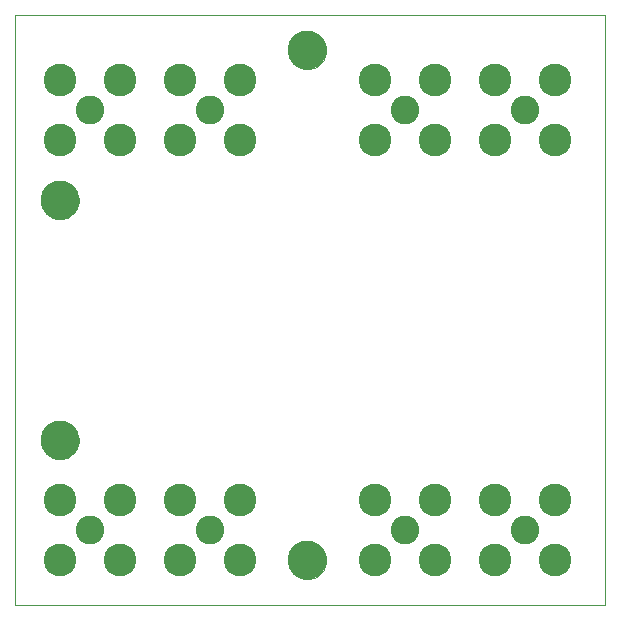
<source format=gbs>
G75*
%MOIN*%
%OFA0B0*%
%FSLAX24Y24*%
%IPPOS*%
%LPD*%
%AMOC8*
5,1,8,0,0,1.08239X$1,22.5*
%
%ADD10C,0.0000*%
%ADD11C,0.1300*%
%ADD12C,0.0955*%
%ADD13C,0.1090*%
D10*
X000100Y000100D02*
X000100Y019785D01*
X019785Y019785D01*
X019785Y000100D01*
X000100Y000100D01*
X000970Y005600D02*
X000972Y005650D01*
X000978Y005700D01*
X000988Y005749D01*
X001002Y005797D01*
X001019Y005844D01*
X001040Y005889D01*
X001065Y005933D01*
X001093Y005974D01*
X001125Y006013D01*
X001159Y006050D01*
X001196Y006084D01*
X001236Y006114D01*
X001278Y006141D01*
X001322Y006165D01*
X001368Y006186D01*
X001415Y006202D01*
X001463Y006215D01*
X001513Y006224D01*
X001562Y006229D01*
X001613Y006230D01*
X001663Y006227D01*
X001712Y006220D01*
X001761Y006209D01*
X001809Y006194D01*
X001855Y006176D01*
X001900Y006154D01*
X001943Y006128D01*
X001984Y006099D01*
X002023Y006067D01*
X002059Y006032D01*
X002091Y005994D01*
X002121Y005954D01*
X002148Y005911D01*
X002171Y005867D01*
X002190Y005821D01*
X002206Y005773D01*
X002218Y005724D01*
X002226Y005675D01*
X002230Y005625D01*
X002230Y005575D01*
X002226Y005525D01*
X002218Y005476D01*
X002206Y005427D01*
X002190Y005379D01*
X002171Y005333D01*
X002148Y005289D01*
X002121Y005246D01*
X002091Y005206D01*
X002059Y005168D01*
X002023Y005133D01*
X001984Y005101D01*
X001943Y005072D01*
X001900Y005046D01*
X001855Y005024D01*
X001809Y005006D01*
X001761Y004991D01*
X001712Y004980D01*
X001663Y004973D01*
X001613Y004970D01*
X001562Y004971D01*
X001513Y004976D01*
X001463Y004985D01*
X001415Y004998D01*
X001368Y005014D01*
X001322Y005035D01*
X001278Y005059D01*
X001236Y005086D01*
X001196Y005116D01*
X001159Y005150D01*
X001125Y005187D01*
X001093Y005226D01*
X001065Y005267D01*
X001040Y005311D01*
X001019Y005356D01*
X001002Y005403D01*
X000988Y005451D01*
X000978Y005500D01*
X000972Y005550D01*
X000970Y005600D01*
X000970Y013600D02*
X000972Y013650D01*
X000978Y013700D01*
X000988Y013749D01*
X001002Y013797D01*
X001019Y013844D01*
X001040Y013889D01*
X001065Y013933D01*
X001093Y013974D01*
X001125Y014013D01*
X001159Y014050D01*
X001196Y014084D01*
X001236Y014114D01*
X001278Y014141D01*
X001322Y014165D01*
X001368Y014186D01*
X001415Y014202D01*
X001463Y014215D01*
X001513Y014224D01*
X001562Y014229D01*
X001613Y014230D01*
X001663Y014227D01*
X001712Y014220D01*
X001761Y014209D01*
X001809Y014194D01*
X001855Y014176D01*
X001900Y014154D01*
X001943Y014128D01*
X001984Y014099D01*
X002023Y014067D01*
X002059Y014032D01*
X002091Y013994D01*
X002121Y013954D01*
X002148Y013911D01*
X002171Y013867D01*
X002190Y013821D01*
X002206Y013773D01*
X002218Y013724D01*
X002226Y013675D01*
X002230Y013625D01*
X002230Y013575D01*
X002226Y013525D01*
X002218Y013476D01*
X002206Y013427D01*
X002190Y013379D01*
X002171Y013333D01*
X002148Y013289D01*
X002121Y013246D01*
X002091Y013206D01*
X002059Y013168D01*
X002023Y013133D01*
X001984Y013101D01*
X001943Y013072D01*
X001900Y013046D01*
X001855Y013024D01*
X001809Y013006D01*
X001761Y012991D01*
X001712Y012980D01*
X001663Y012973D01*
X001613Y012970D01*
X001562Y012971D01*
X001513Y012976D01*
X001463Y012985D01*
X001415Y012998D01*
X001368Y013014D01*
X001322Y013035D01*
X001278Y013059D01*
X001236Y013086D01*
X001196Y013116D01*
X001159Y013150D01*
X001125Y013187D01*
X001093Y013226D01*
X001065Y013267D01*
X001040Y013311D01*
X001019Y013356D01*
X001002Y013403D01*
X000988Y013451D01*
X000978Y013500D01*
X000972Y013550D01*
X000970Y013600D01*
X009220Y018600D02*
X009222Y018650D01*
X009228Y018700D01*
X009238Y018749D01*
X009252Y018797D01*
X009269Y018844D01*
X009290Y018889D01*
X009315Y018933D01*
X009343Y018974D01*
X009375Y019013D01*
X009409Y019050D01*
X009446Y019084D01*
X009486Y019114D01*
X009528Y019141D01*
X009572Y019165D01*
X009618Y019186D01*
X009665Y019202D01*
X009713Y019215D01*
X009763Y019224D01*
X009812Y019229D01*
X009863Y019230D01*
X009913Y019227D01*
X009962Y019220D01*
X010011Y019209D01*
X010059Y019194D01*
X010105Y019176D01*
X010150Y019154D01*
X010193Y019128D01*
X010234Y019099D01*
X010273Y019067D01*
X010309Y019032D01*
X010341Y018994D01*
X010371Y018954D01*
X010398Y018911D01*
X010421Y018867D01*
X010440Y018821D01*
X010456Y018773D01*
X010468Y018724D01*
X010476Y018675D01*
X010480Y018625D01*
X010480Y018575D01*
X010476Y018525D01*
X010468Y018476D01*
X010456Y018427D01*
X010440Y018379D01*
X010421Y018333D01*
X010398Y018289D01*
X010371Y018246D01*
X010341Y018206D01*
X010309Y018168D01*
X010273Y018133D01*
X010234Y018101D01*
X010193Y018072D01*
X010150Y018046D01*
X010105Y018024D01*
X010059Y018006D01*
X010011Y017991D01*
X009962Y017980D01*
X009913Y017973D01*
X009863Y017970D01*
X009812Y017971D01*
X009763Y017976D01*
X009713Y017985D01*
X009665Y017998D01*
X009618Y018014D01*
X009572Y018035D01*
X009528Y018059D01*
X009486Y018086D01*
X009446Y018116D01*
X009409Y018150D01*
X009375Y018187D01*
X009343Y018226D01*
X009315Y018267D01*
X009290Y018311D01*
X009269Y018356D01*
X009252Y018403D01*
X009238Y018451D01*
X009228Y018500D01*
X009222Y018550D01*
X009220Y018600D01*
X009220Y001600D02*
X009222Y001650D01*
X009228Y001700D01*
X009238Y001749D01*
X009252Y001797D01*
X009269Y001844D01*
X009290Y001889D01*
X009315Y001933D01*
X009343Y001974D01*
X009375Y002013D01*
X009409Y002050D01*
X009446Y002084D01*
X009486Y002114D01*
X009528Y002141D01*
X009572Y002165D01*
X009618Y002186D01*
X009665Y002202D01*
X009713Y002215D01*
X009763Y002224D01*
X009812Y002229D01*
X009863Y002230D01*
X009913Y002227D01*
X009962Y002220D01*
X010011Y002209D01*
X010059Y002194D01*
X010105Y002176D01*
X010150Y002154D01*
X010193Y002128D01*
X010234Y002099D01*
X010273Y002067D01*
X010309Y002032D01*
X010341Y001994D01*
X010371Y001954D01*
X010398Y001911D01*
X010421Y001867D01*
X010440Y001821D01*
X010456Y001773D01*
X010468Y001724D01*
X010476Y001675D01*
X010480Y001625D01*
X010480Y001575D01*
X010476Y001525D01*
X010468Y001476D01*
X010456Y001427D01*
X010440Y001379D01*
X010421Y001333D01*
X010398Y001289D01*
X010371Y001246D01*
X010341Y001206D01*
X010309Y001168D01*
X010273Y001133D01*
X010234Y001101D01*
X010193Y001072D01*
X010150Y001046D01*
X010105Y001024D01*
X010059Y001006D01*
X010011Y000991D01*
X009962Y000980D01*
X009913Y000973D01*
X009863Y000970D01*
X009812Y000971D01*
X009763Y000976D01*
X009713Y000985D01*
X009665Y000998D01*
X009618Y001014D01*
X009572Y001035D01*
X009528Y001059D01*
X009486Y001086D01*
X009446Y001116D01*
X009409Y001150D01*
X009375Y001187D01*
X009343Y001226D01*
X009315Y001267D01*
X009290Y001311D01*
X009269Y001356D01*
X009252Y001403D01*
X009238Y001451D01*
X009228Y001500D01*
X009222Y001550D01*
X009220Y001600D01*
D11*
X009850Y001600D03*
X001600Y005600D03*
X001600Y013600D03*
X009850Y018600D03*
D12*
X006600Y016600D03*
X002600Y016600D03*
X013100Y016600D03*
X017100Y016600D03*
X017100Y002600D03*
X013100Y002600D03*
X006600Y002600D03*
X002600Y002600D03*
D13*
X001596Y001596D03*
X001596Y003604D03*
X003604Y003604D03*
X005596Y003604D03*
X005596Y001596D03*
X003604Y001596D03*
X007604Y001596D03*
X007604Y003604D03*
X012096Y003604D03*
X012096Y001596D03*
X014104Y001596D03*
X016096Y001596D03*
X016096Y003604D03*
X014104Y003604D03*
X018104Y003604D03*
X018104Y001596D03*
X018104Y015596D03*
X018104Y017604D03*
X016096Y017604D03*
X014104Y017604D03*
X014104Y015596D03*
X016096Y015596D03*
X012096Y015596D03*
X012096Y017604D03*
X007604Y017604D03*
X007604Y015596D03*
X005596Y015596D03*
X003604Y015596D03*
X003604Y017604D03*
X005596Y017604D03*
X001596Y017604D03*
X001596Y015596D03*
M02*

</source>
